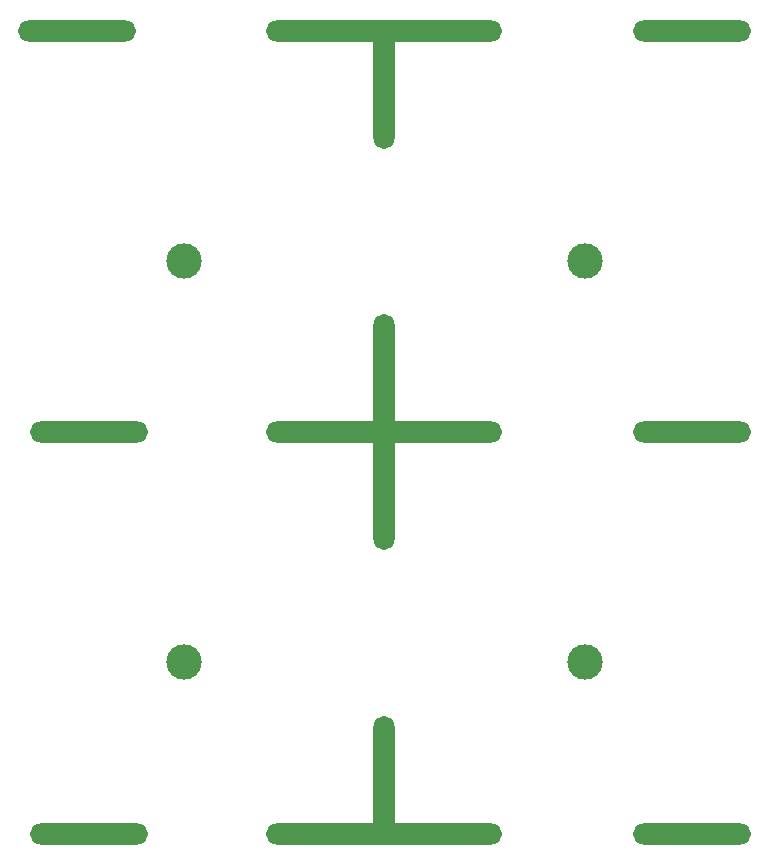
<source format=gbs>
%TF.GenerationSoftware,KiCad,Pcbnew,(6.0.4)*%
%TF.CreationDate,2022-12-06T00:22:49+09:00*%
%TF.ProjectId,gps-teseo-p,6770732d-7465-4736-956f-2d702e6b6963,rev?*%
%TF.SameCoordinates,Original*%
%TF.FileFunction,Soldermask,Bot*%
%TF.FilePolarity,Negative*%
%FSLAX46Y46*%
G04 Gerber Fmt 4.6, Leading zero omitted, Abs format (unit mm)*
G04 Created by KiCad (PCBNEW (6.0.4)) date 2022-12-06 00:22:49*
%MOMM*%
%LPD*%
G01*
G04 APERTURE LIST*
%ADD10O,10.000000X1.800000*%
%ADD11O,20.000000X1.800000*%
%ADD12O,1.800000X10.000000*%
%ADD13O,1.800000X20.000000*%
%ADD14C,3.000000*%
G04 APERTURE END LIST*
D10*
%TO.C,*%
X67000000Y-39000000D03*
%TD*%
%TO.C,*%
X119000000Y-39000000D03*
%TD*%
%TO.C,*%
X119000000Y-107000000D03*
%TD*%
%TO.C,*%
X68000000Y-107000000D03*
%TD*%
D11*
%TO.C,*%
X93000000Y-39000000D03*
%TD*%
%TO.C,*%
X93000000Y-107000000D03*
%TD*%
D12*
%TO.C,*%
X93000000Y-102000000D03*
%TD*%
D10*
%TO.C,*%
X119000000Y-73000000D03*
%TD*%
D12*
%TO.C,*%
X93000000Y-44000000D03*
%TD*%
D10*
%TO.C,*%
X68000000Y-73000000D03*
%TD*%
D13*
%TO.C,*%
X93000000Y-73000000D03*
%TD*%
D11*
%TO.C,*%
X93000000Y-73000000D03*
%TD*%
D14*
%TO.C,IC14*%
X110000000Y-92500000D03*
%TD*%
%TO.C,IC11*%
X76000000Y-92500000D03*
%TD*%
%TO.C,IC5*%
X110000000Y-58500000D03*
%TD*%
%TO.C,IC2*%
X76000000Y-58500000D03*
%TD*%
M02*

</source>
